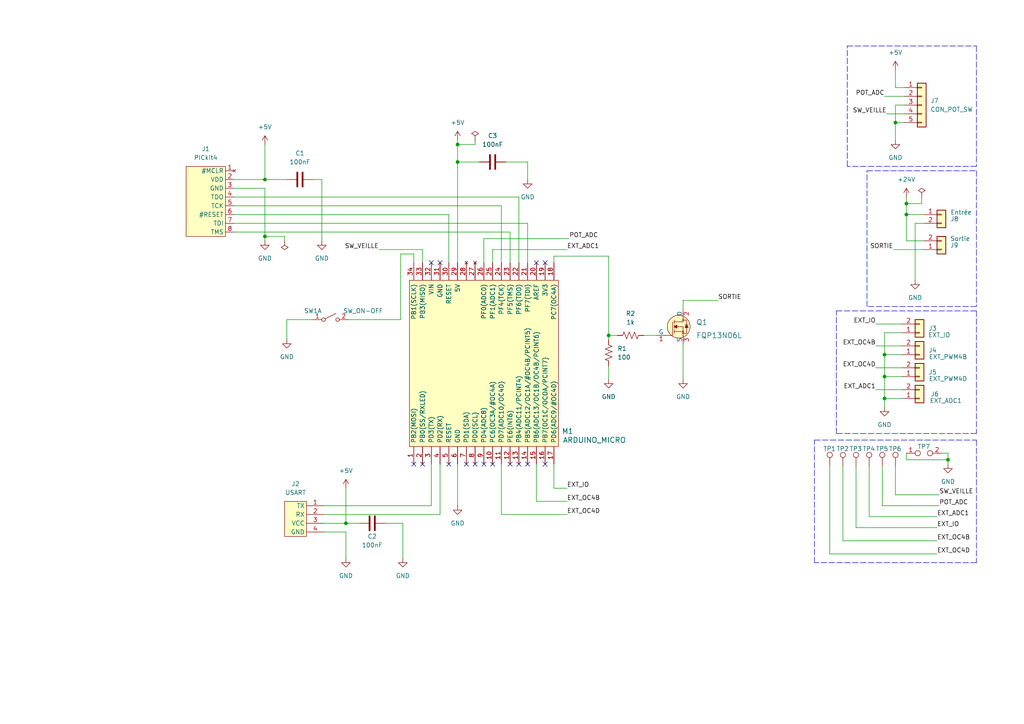
<source format=kicad_sch>
(kicad_sch (version 20211123) (generator eeschema)
  (paper "A4")
  (title_block (title "Projet Lampe Dimmer") (date "2022-02-12") (rev "v2.0.0"))
  (lib_symbols
    (symbol "Connector:TestPoint" (pin_numbers hide) (pin_names (offset 0.762) hide)
      (property "Reference" "TP" (at 0 6.858 0))
      (property "Value" "TestPoint" (at 0 5.08 0))
      (symbol "TestPoint_0_1"
        (circle (center 0 3.302) (radius 0.762))
      )
      (symbol "TestPoint_1_1"
        (pin passive line (at 0 0 90) (length 2.54) (name "1") (number "1"))
      )
    )
    (symbol "Connector:TestPoint_2Pole" (pin_names (offset 0.762) hide)
      (property "Reference" "TP" (at 0 1.524 0))
      (property "Value" "TestPoint_2Pole" (at 0 -1.778 0))
      (symbol "TestPoint_2Pole_0_1"
        (circle (center -1.778 0) (radius 0.762))
        (circle (center 1.778 0) (radius 0.762))
        (pin passive line (at -5.08 0 0) (length 2.54) (name "1") (number "1"))
        (pin passive line (at 5.08 0 180) (length 2.54) (name "2") (number "2"))
      )
    )
    (symbol "Connector_Generic:Conn_01x02" (pin_names (offset 1.016) hide)
      (property "Reference" "J" (at 0 2.54 0))
      (property "Value" "Conn_01x02" (at 0 -5.08 0))
      (symbol "Conn_01x02_1_1"
        (rectangle (start -1.27 -2.413) (end 0 -2.667) (stroke (width 0.1524)))
        (rectangle (start -1.27 0.127) (end 0 -0.127) (stroke (width 0.1524)))
        (rectangle (start -1.27 1.27) (end 1.27 -3.81) (stroke (width 0.254)) (fill (type background)))
        (pin passive line (at -5.08 0 0) (length 3.81) (name "Pin_1") (number "1"))
        (pin passive line (at -5.08 -2.54 0) (length 3.81) (name "Pin_2") (number "2"))
      )
    )
    (symbol "Connector_Generic:Conn_01x05" (pin_names (offset 1.016) hide)
      (property "Reference" "J" (at 0 7.62 0))
      (property "Value" "Conn_01x05" (at 0 -7.62 0))
      (symbol "Conn_01x05_1_1"
        (rectangle (start -1.27 -4.953) (end 0 -5.207) (stroke (width 0.1524)))
        (rectangle (start -1.27 -2.413) (end 0 -2.667) (stroke (width 0.1524)))
        (rectangle (start -1.27 0.127) (end 0 -0.127) (stroke (width 0.1524)))
        (rectangle (start -1.27 2.667) (end 0 2.413) (stroke (width 0.1524)))
        (rectangle (start -1.27 5.207) (end 0 4.953) (stroke (width 0.1524)))
        (rectangle (start -1.27 6.35) (end 1.27 -6.35) (stroke (width 0.254)) (fill (type background)))
        (pin passive line (at -5.08 5.08 0) (length 3.81) (name "Pin_1") (number "1"))
        (pin passive line (at -5.08 2.54 0) (length 3.81) (name "Pin_2") (number "2"))
        (pin passive line (at -5.08 0 0) (length 3.81) (name "Pin_3") (number "3"))
        (pin passive line (at -5.08 -2.54 0) (length 3.81) (name "Pin_4") (number "4"))
        (pin passive line (at -5.08 -5.08 0) (length 3.81) (name "Pin_5") (number "5"))
      )
    )
    (symbol "Device:C" (pin_numbers hide) (pin_names (offset 0.254))
      (property "Reference" "C" (at 0.635 2.54 0))
      (property "Value" "C" (at 0.635 -2.54 0))
      (symbol "C_0_1"
        (polyline (pts (xy -2.032 -0.762) (xy 2.032 -0.762)) (stroke (width 0.508)))
        (polyline (pts (xy -2.032 0.762) (xy 2.032 0.762)) (stroke (width 0.508)))
      )
      (symbol "C_1_1"
        (pin passive line (at 0 3.81 270) (length 2.794) (name "~") (number "1"))
        (pin passive line (at 0 -3.81 90) (length 2.794) (name "~") (number "2"))
      )
    )
    (symbol "Device:R_US" (pin_numbers hide) (pin_names (offset 0))
      (property "Reference" "R" (at 2.54 0 90))
      (property "Value" "R_US" (at -2.54 0 90))
      (symbol "R_US_0_1"
        (polyline (pts (xy 0 -2.286) (xy 0 -2.54)))
        (polyline (pts (xy 0 2.286) (xy 0 2.54)))
        (polyline (pts (xy 0 -0.762) (xy 1.016 -1.143) (xy 0 -1.524) (xy -1.016 -1.905) (xy 0 -2.286)))
        (polyline (pts (xy 0 0.762) (xy 1.016 0.381) (xy 0 0) (xy -1.016 -0.381) (xy 0 -0.762)))
        (polyline (pts (xy 0 2.286) (xy 1.016 1.905) (xy 0 1.524) (xy -1.016 1.143) (xy 0 0.762)))
      )
      (symbol "R_US_1_1"
        (pin passive line (at 0 3.81 270) (length 1.27) (name "~") (number "1"))
        (pin passive line (at 0 -3.81 90) (length 1.27) (name "~") (number "2"))
      )
    )
    (symbol "Switch:SW_DPST_x2" (pin_names (offset 0) hide)
      (property "Reference" "SW" (at 0 3.175 0))
      (property "Value" "SW_DPST_x2" (at 0 -2.54 0))
      (symbol "SW_DPST_x2_0_0"
        (circle (center -2.032 0) (radius 0.508))
        (polyline (pts (xy -1.524 0.254) (xy 1.524 1.778)))
        (circle (center 2.032 0) (radius 0.508))
      )
      (symbol "SW_DPST_x2_1_1"
        (pin passive line (at -5.08 0 0) (length 2.54) (name "A") (number "1"))
        (pin passive line (at 5.08 0 180) (length 2.54) (name "B") (number "2"))
      )
      (symbol "SW_DPST_x2_2_1"
        (pin passive line (at -5.08 0 0) (length 2.54) (name "A") (number "3"))
        (pin passive line (at 5.08 0 180) (length 2.54) (name "B") (number "4"))
      )
    )
    (symbol "THOMAS_library:ARDUINO_MICRO" (pin_names (offset 1.016))
      (property "Reference" "M1" (at 7.62 -3.81 90))
      (property "Value" "ARDUINO_MICRO" (at 22.86 -6.35 90))
      (symbol "ARDUINO_MICRO_0_1"
        (rectangle (start 40.64 40.64) (end -7.62 -2.54) (fill (type background)))
      )
      (symbol "ARDUINO_MICRO_1_1"
        (pin bidirectional line (at -12.7 39.37 0) (length 5.08) (name "PB2(MOSI)") (number "1"))
        (pin bidirectional line (at -12.7 16.51 0) (length 5.08) (name "PC6(OC3A/#OC4A)") (number "10"))
        (pin bidirectional line (at -12.7 13.97 0) (length 5.08) (name "PD7(ADC10/OC4D)") (number "11"))
        (pin bidirectional line (at -12.7 11.43 0) (length 5.08) (name "PE6(INT6)") (number "12"))
        (pin bidirectional line (at -12.7 8.89 0) (length 5.08) (name "PB4(ADC11/PCINT4)") (number "13"))
        (pin bidirectional line (at -12.7 6.35 0) (length 5.08) (name "PB5(ADC12/OC1A/#OC4B/PCINT5)") (number "14"))
        (pin bidirectional line (at -12.7 3.81 0) (length 5.08) (name "PB6(ADC13/OC1B/OC4B/PCINT6)") (number "15"))
        (pin bidirectional line (at -12.7 1.27 0) (length 5.08) (name "PB7(OC1C/OCOA/PCINT7)") (number "16"))
        (pin bidirectional line (at -12.7 -1.27 0) (length 5.08) (name "PD6(ADC9/#OC4D)") (number "17"))
        (pin bidirectional line (at 45.72 -1.27 180) (length 5.08) (name "PC7(OC4A)") (number "18"))
        (pin power_in line (at 45.72 1.27 180) (length 5.08) (name "3V3") (number "19"))
        (pin bidirectional line (at -12.7 36.83 0) (length 5.08) (name "PB0(SS/RXLED)") (number "2"))
        (pin power_in line (at 45.72 3.81 180) (length 5.08) (name "AREF") (number "20"))
        (pin bidirectional line (at 45.72 6.35 180) (length 5.08) (name "PF7(TDI)") (number "21"))
        (pin bidirectional line (at 45.72 8.89 180) (length 5.08) (name "PF6(TDO)") (number "22"))
        (pin bidirectional line (at 45.72 11.43 180) (length 5.08) (name "PF5(TMS)") (number "23"))
        (pin bidirectional line (at 45.72 13.97 180) (length 5.08) (name "PF4(TCK)") (number "24"))
        (pin bidirectional line (at 45.72 16.51 180) (length 5.08) (name "PF1(ADC1)") (number "25"))
        (pin bidirectional line (at 45.72 19.05 180) (length 5.08) (name "PF0(ADC0)") (number "26"))
        (pin no_connect line (at 45.72 21.59 180) (length 5.08) (name "~") (number "27"))
        (pin no_connect line (at 45.72 24.13 180) (length 5.08) (name "~") (number "28"))
        (pin power_in line (at 45.72 26.67 180) (length 5.08) (name "5V") (number "29"))
        (pin bidirectional line (at -12.7 34.29 0) (length 5.08) (name "PD3(TX)") (number "3"))
        (pin bidirectional line (at 45.72 29.21 180) (length 5.08) (name "RESET") (number "30"))
        (pin power_in line (at 45.72 31.75 180) (length 5.08) (name "GND") (number "31"))
        (pin power_in line (at 45.72 34.29 180) (length 5.08) (name "VIN") (number "32"))
        (pin bidirectional line (at 45.72 36.83 180) (length 5.08) (name "PB3(MISO)") (number "33"))
        (pin bidirectional line (at 45.72 39.37 180) (length 5.08) (name "PB1(SCLK)") (number "34"))
        (pin bidirectional line (at -12.7 31.75 0) (length 5.08) (name "PD2(RX)") (number "4"))
        (pin bidirectional line (at -12.7 29.21 0) (length 5.08) (name "RESET") (number "5"))
        (pin power_in line (at -12.7 26.67 0) (length 5.08) (name "GND") (number "6"))
        (pin bidirectional line (at -12.7 24.13 0) (length 5.08) (name "PD1(SDA)") (number "7"))
        (pin bidirectional line (at -12.7 21.59 0) (length 5.08) (name "PD0(SCL)") (number "8"))
        (pin bidirectional line (at -12.7 19.05 0) (length 5.08) (name "PD4(ADC8)") (number "9"))
      )
    )
    (symbol "THOMAS_library:FQP13N06L" (pin_names (offset 0))
      (property "Reference" "Q?" (at 3.81 0 0))
      (property "Value" "FQP13N06L" (at 3.81 -2.54 0))
      (symbol "FQP13N06L_0_1"
        (circle (center -1.27 0) (radius 3.302) (fill (type background)))
        (circle (center 0 -1.905) (radius 0.127))
        (circle (center 0 -1.397) (radius 0.127))
        (polyline (pts (xy 0 -1.397) (xy -2.54 -1.397)))
        (polyline (pts (xy -5.08 -2.54) (xy -3.048 -2.54) (xy -3.048 1.397)))
        (polyline (pts (xy 0 -2.54) (xy 0 0) (xy -2.54 0)))
        (polyline (pts (xy 0 2.54) (xy 0 1.397) (xy -2.54 1.397)))
        (polyline (pts (xy -0.127 -1.905) (xy 1.016 -1.905) (xy 1.016 1.397) (xy 1.016 1.905) (xy -0.127 1.905)))
        (circle (center 0 1.905) (radius 0.127))
      )
      (symbol "FQP13N06L_1_1"
        (polyline (pts (xy -2.54 -1.397) (xy -2.54 -1.905)))
        (polyline (pts (xy -2.54 -1.397) (xy -2.54 -0.889)))
        (polyline (pts (xy -2.54 0) (xy -2.54 -0.508)))
        (polyline (pts (xy -2.54 0) (xy -2.54 0.508)))
        (polyline (pts (xy -2.54 1.905) (xy -2.54 0.889)))
        (polyline (pts (xy 1.524 0.508) (xy 0.508 0.508)))
        (polyline (pts (xy -2.54 0) (xy -1.778 0.508) (xy -1.778 -0.508) (xy -2.54 0)) (fill (type outline)))
        (polyline (pts (xy 1.016 0.508) (xy 0.508 -0.254) (xy 1.524 -0.254) (xy 1.016 0.508)) (fill (type outline)))
        (pin bidirectional line (at -7.62 -2.54 0) (length 2.54) (name "G") (number "1"))
        (pin bidirectional line (at 0 5.08 270) (length 2.54) (name "D") (number "2"))
        (pin bidirectional line (at 0 -5.08 90) (length 2.54) (name "S") (number "3"))
      )
    )
    (symbol "THOMAS_library:PICkit4"
      (property "Reference" "JTAG" (at -2.54 0 0))
      (property "Value" "PICkit4" (at -1.27 -2.54 0))
      (symbol "PICkit4_0_1"
        (rectangle (start -5.08 -3.81) (end 6.35 -24.13) (fill (type background)))
      )
      (symbol "PICkit4_1_1"
        (pin no_connect line (at 8.89 -5.08 180) (length 2.54) (name "#MCLR") (number "1"))
        (pin bidirectional line (at 8.89 -7.62 180) (length 2.54) (name "VDD") (number "2"))
        (pin bidirectional line (at 8.89 -10.16 180) (length 2.54) (name "GND") (number "3"))
        (pin bidirectional line (at 8.89 -12.7 180) (length 2.54) (name "TDO") (number "4"))
        (pin bidirectional line (at 8.89 -15.24 180) (length 2.54) (name "TCK") (number "5"))
        (pin bidirectional line (at 8.89 -17.78 180) (length 2.54) (name "#RESET") (number "6"))
        (pin bidirectional line (at 8.89 -20.32 180) (length 2.54) (name "TDI") (number "7"))
        (pin bidirectional line (at 8.89 -22.86 180) (length 2.54) (name "TMS") (number "8"))
      )
    )
    (symbol "THOMAS_library:USART"
      (property "Reference" "J?" (at -1.27 1.27 0))
      (property "Value" "USART" (at 1.27 -1.27 0))
      (symbol "USART_0_1"
        (rectangle (start -1.27 -2.54) (end 5.08 -12.7) (fill (type background)))
      )
      (symbol "USART_1_1"
        (pin output line (at 10.16 -3.81 180) (length 5.08) (name "TX") (number "1"))
        (pin input line (at 10.16 -6.35 180) (length 5.08) (name "RX") (number "2"))
        (pin power_in line (at 10.16 -8.89 180) (length 5.08) (name "VCC") (number "3"))
        (pin power_in line (at 10.16 -11.43 180) (length 5.08) (name "GND") (number "4"))
      )
    )
    (symbol "power:+24V" (power) (pin_names (offset 0))
      (property "Value" "+24V" (at 0 3.556 0))
      (symbol "+24V_0_1"
        (polyline (pts (xy -0.762 1.27) (xy 0 2.54)))
        (polyline (pts (xy 0 0) (xy 0 2.54)))
        (polyline (pts (xy 0 2.54) (xy 0.762 1.27)))
      )
      (symbol "+24V_1_1"
        (pin power_in line (at 0 0 90) (length 0) hide (name "+24V") (number "1"))
      )
    )
    (symbol "power:+5V" (power) (pin_names (offset 0))
      (property "Value" "+5V" (at 0 3.556 0))
      (symbol "+5V_0_1"
        (polyline (pts (xy -0.762 1.27) (xy 0 2.54)))
        (polyline (pts (xy 0 0) (xy 0 2.54)))
        (polyline (pts (xy 0 2.54) (xy 0.762 1.27)))
      )
      (symbol "+5V_1_1"
        (pin power_in line (at 0 0 90) (length 0) hide (name "+5V") (number "1"))
      )
    )
    (symbol "power:GND" (power) (pin_names (offset 0))
      (property "Value" "GND" (at 0 -3.81 0))
      (symbol "GND_0_1"
        (polyline (pts (xy 0 0) (xy 0 -1.27) (xy 1.27 -1.27) (xy 0 -2.54) (xy -1.27 -1.27) (xy 0 -1.27)))
      )
      (symbol "GND_1_1"
        (pin power_in line (at 0 0 270) (length 0) hide (name "GND") (number "1"))
      )
    )
    (symbol "power:PWR_FLAG" (power) (pin_numbers hide) (pin_names (offset 0) hide)
      (property "Value" "PWR_FLAG" (at 0 3.81 0))
      (symbol "PWR_FLAG_0_0"
        (pin power_out line (at 0 0 90) (length 0) (name "pwr") (number "1"))
      )
      (symbol "PWR_FLAG_0_1"
        (polyline (pts (xy 0 0) (xy 0 1.27) (xy -1.016 1.905) (xy 0 2.54) (xy 1.016 1.905) (xy 0 1.27)))
      )
    )
  )
  (junction (at 256.54 102.87))
  (junction (at 262.89 59.055))
  (junction (at 76.835 52.07))
  (junction (at 132.715 46.99))
  (junction (at 100.33 151.765))
  (junction (at 176.5312 97.287))
  (junction (at 76.835 68.58))
  (junction (at 256.54 109.22))
  (junction (at 274.955 133.35))
  (junction (at 259.715 35.56))
  (junction (at 262.89 62.23))
  (junction (at 132.715 41.91))
  (junction (at 256.54 115.57))
  (no_connect (at 125.095 76.2))
  (no_connect (at 127.635 76.2))
  (no_connect (at 158.115 76.2))
  (no_connect (at 155.575 76.2))
  (no_connect (at 142.875 134.62))
  (no_connect (at 137.795 134.62))
  (no_connect (at 140.335 134.62))
  (no_connect (at 135.255 134.62))
  (no_connect (at 147.955 134.62))
  (no_connect (at 150.495 134.62))
  (no_connect (at 153.035 134.62))
  (no_connect (at 158.115 134.62))
  (no_connect (at 120.015 134.62))
  (no_connect (at 122.555 134.62))
  (no_connect (at 130.175 134.62))
  (wire (pts (xy 176.5312 97.287) (xy 176.53 74.295)))
  (wire (pts (xy 198.1212 87.127) (xy 198.1212 89.667)))
  (wire (pts (xy 93.345 52.07) (xy 93.345 69.85)))
  (wire (pts (xy 259.715 143.51) (xy 259.715 135.255)))
  (wire (pts (xy 76.835 68.58) (xy 76.835 69.85)))
  (polyline (pts (xy 242.57 125.73) (xy 242.57 90.17)))
  (wire (pts (xy 122.555 72.39) (xy 122.555 76.2)))
  (wire (pts (xy 259.715 35.56) (xy 259.715 40.64)))
  (wire (pts (xy 271.78 153.035) (xy 248.285 153.035)))
  (polyline (pts (xy 283.21 13.335) (xy 283.21 48.26)))
  (wire (pts (xy 90.805 92.71) (xy 83.185 92.71)))
  (wire (pts (xy 147.955 76.2) (xy 147.955 67.31)))
  (wire (pts (xy 132.715 41.91) (xy 132.715 46.99)))
  (wire (pts (xy 254 113.03) (xy 261.62 113.03)))
  (wire (pts (xy 256.54 109.22) (xy 261.62 109.22)))
  (wire (pts (xy 82.55 69.85) (xy 82.55 68.58)))
  (wire (pts (xy 83.185 92.71) (xy 83.185 98.425)))
  (wire (pts (xy 256.54 96.52) (xy 256.54 102.87)))
  (wire (pts (xy 153.035 46.99) (xy 153.035 52.07)))
  (wire (pts (xy 176.5312 97.287) (xy 179.0712 97.287)))
  (wire (pts (xy 261.62 96.52) (xy 256.54 96.52)))
  (wire (pts (xy 248.285 153.035) (xy 248.285 135.255)))
  (wire (pts (xy 257.175 33.02) (xy 262.255 33.02)))
  (wire (pts (xy 67.945 57.15) (xy 150.495 57.15)))
  (wire (pts (xy 93.98 149.225) (xy 127.635 149.225)))
  (wire (pts (xy 274.955 133.35) (xy 274.955 134.62)))
  (wire (pts (xy 262.89 62.23) (xy 262.89 69.85)))
  (wire (pts (xy 256.54 27.94) (xy 262.255 27.94)))
  (wire (pts (xy 142.875 72.39) (xy 164.465 72.39)))
  (wire (pts (xy 150.495 57.15) (xy 150.495 76.2)))
  (wire (pts (xy 272.415 146.685) (xy 255.905 146.685)))
  (polyline (pts (xy 283.21 48.26) (xy 245.745 48.26)))
  (wire (pts (xy 267.335 57.15) (xy 267.335 59.055)))
  (polyline (pts (xy 236.22 127.635) (xy 283.21 127.635)))
  (wire (pts (xy 153.035 64.77) (xy 67.945 64.77)))
  (polyline (pts (xy 283.21 163.195) (xy 236.22 163.195)))
  (polyline (pts (xy 283.21 127.635) (xy 283.21 163.195)))
  (wire (pts (xy 142.875 76.2) (xy 142.875 72.39)))
  (wire (pts (xy 261.62 102.87) (xy 256.54 102.87)))
  (wire (pts (xy 137.795 41.91) (xy 132.715 41.91)))
  (wire (pts (xy 116.205 73.66) (xy 120.015 73.66)))
  (wire (pts (xy 76.835 41.91) (xy 76.835 52.07)))
  (wire (pts (xy 262.89 133.35) (xy 274.955 133.35)))
  (wire (pts (xy 127.635 149.225) (xy 127.635 134.62)))
  (wire (pts (xy 272.415 143.51) (xy 259.715 143.51)))
  (wire (pts (xy 208.2812 87.127) (xy 198.1212 87.127)))
  (wire (pts (xy 271.78 160.655) (xy 240.665 160.655)))
  (wire (pts (xy 262.89 57.15) (xy 262.89 59.055)))
  (wire (pts (xy 67.945 62.23) (xy 130.175 62.23)))
  (wire (pts (xy 259.715 30.48) (xy 259.715 35.56)))
  (wire (pts (xy 160.655 76.2) (xy 160.655 74.295)))
  (wire (pts (xy 82.55 68.58) (xy 76.835 68.58)))
  (wire (pts (xy 164.465 149.225) (xy 145.415 149.225)))
  (wire (pts (xy 132.715 134.62) (xy 132.715 146.685)))
  (wire (pts (xy 259.715 25.4) (xy 262.255 25.4)))
  (wire (pts (xy 256.54 102.87) (xy 256.54 109.22)))
  (wire (pts (xy 120.015 73.66) (xy 120.015 76.2)))
  (wire (pts (xy 145.415 59.69) (xy 145.415 76.2)))
  (polyline (pts (xy 283.21 125.73) (xy 242.57 125.73)))
  (wire (pts (xy 93.345 52.07) (xy 90.805 52.07)))
  (wire (pts (xy 240.665 160.655) (xy 240.665 135.255)))
  (wire (pts (xy 186.6912 97.287) (xy 190.5012 97.287)))
  (wire (pts (xy 265.43 81.28) (xy 265.43 64.77)))
  (wire (pts (xy 256.54 118.11) (xy 256.54 115.57)))
  (wire (pts (xy 100.33 151.765) (xy 100.33 141.605)))
  (wire (pts (xy 93.98 151.765) (xy 100.33 151.765)))
  (wire (pts (xy 132.715 46.99) (xy 139.065 46.99)))
  (polyline (pts (xy 245.745 48.26) (xy 245.745 13.335)))
  (polyline (pts (xy 251.46 88.9) (xy 251.46 49.53)))
  (wire (pts (xy 130.175 62.23) (xy 130.175 76.2)))
  (wire (pts (xy 125.095 146.685) (xy 125.095 134.62)))
  (wire (pts (xy 259.08 72.39) (xy 267.97 72.39)))
  (wire (pts (xy 262.255 30.48) (xy 259.715 30.48)))
  (wire (pts (xy 155.575 145.415) (xy 155.575 134.62)))
  (wire (pts (xy 147.955 67.31) (xy 67.945 67.31)))
  (wire (pts (xy 116.205 92.71) (xy 116.205 73.66)))
  (wire (pts (xy 93.98 146.685) (xy 125.095 146.685)))
  (polyline (pts (xy 283.21 90.17) (xy 283.21 125.73)))
  (wire (pts (xy 259.715 35.56) (xy 262.255 35.56)))
  (polyline (pts (xy 251.46 49.53) (xy 283.21 49.53)))
  (wire (pts (xy 164.465 141.605) (xy 160.655 141.605)))
  (wire (pts (xy 164.465 145.415) (xy 155.575 145.415)))
  (wire (pts (xy 76.835 52.07) (xy 83.185 52.07)))
  (wire (pts (xy 176.5312 106.177) (xy 176.5312 109.987)))
  (wire (pts (xy 165.1 69.215) (xy 140.335 69.215)))
  (wire (pts (xy 262.89 62.23) (xy 267.97 62.23)))
  (polyline (pts (xy 245.745 13.335) (xy 283.21 13.335)))
  (wire (pts (xy 160.655 74.295) (xy 176.53 74.295)))
  (wire (pts (xy 145.415 149.225) (xy 145.415 134.62)))
  (wire (pts (xy 132.715 40.64) (xy 132.715 41.91)))
  (wire (pts (xy 259.715 20.32) (xy 259.715 25.4)))
  (wire (pts (xy 256.54 115.57) (xy 261.62 115.57)))
  (wire (pts (xy 160.655 134.62) (xy 160.655 141.605)))
  (wire (pts (xy 153.035 76.2) (xy 153.035 64.77)))
  (wire (pts (xy 274.955 131.445) (xy 274.955 133.35)))
  (wire (pts (xy 100.33 154.305) (xy 100.33 161.925)))
  (wire (pts (xy 116.84 151.765) (xy 116.84 161.925)))
  (wire (pts (xy 67.945 54.61) (xy 76.835 54.61)))
  (wire (pts (xy 255.905 146.685) (xy 255.905 135.255)))
  (wire (pts (xy 267.97 69.85) (xy 262.89 69.85)))
  (wire (pts (xy 67.945 59.69) (xy 145.415 59.69)))
  (wire (pts (xy 67.945 52.07) (xy 76.835 52.07)))
  (wire (pts (xy 100.965 92.71) (xy 116.205 92.71)))
  (wire (pts (xy 273.05 131.445) (xy 274.955 131.445)))
  (wire (pts (xy 100.33 151.765) (xy 104.14 151.765)))
  (polyline (pts (xy 283.21 88.9) (xy 251.46 88.9)))
  (wire (pts (xy 254 100.33) (xy 261.62 100.33)))
  (wire (pts (xy 109.855 72.39) (xy 122.555 72.39)))
  (polyline (pts (xy 236.22 163.195) (xy 236.22 127.635)))
  (wire (pts (xy 198.1212 99.827) (xy 198.1212 109.987)))
  (wire (pts (xy 137.795 40.64) (xy 137.795 41.91)))
  (wire (pts (xy 271.78 149.86) (xy 252.095 149.86)))
  (wire (pts (xy 132.715 46.99) (xy 132.715 76.2)))
  (wire (pts (xy 267.335 59.055) (xy 262.89 59.055)))
  (polyline (pts (xy 283.21 49.53) (xy 283.21 88.9)))
  (wire (pts (xy 265.43 64.77) (xy 267.97 64.77)))
  (wire (pts (xy 271.78 156.845) (xy 244.475 156.845)))
  (wire (pts (xy 256.54 115.57) (xy 256.54 109.22)))
  (wire (pts (xy 76.835 54.61) (xy 76.835 68.58)))
  (wire (pts (xy 254 106.68) (xy 261.62 106.68)))
  (wire (pts (xy 244.475 156.845) (xy 244.475 135.255)))
  (wire (pts (xy 254 93.98) (xy 261.62 93.98)))
  (wire (pts (xy 262.89 59.055) (xy 262.89 62.23)))
  (wire (pts (xy 262.89 131.445) (xy 262.89 133.35)))
  (wire (pts (xy 146.685 46.99) (xy 153.035 46.99)))
  (wire (pts (xy 252.095 149.86) (xy 252.095 135.255)))
  (wire (pts (xy 111.76 151.765) (xy 116.84 151.765)))
  (wire (pts (xy 176.5312 98.557) (xy 176.5312 97.287)))
  (polyline (pts (xy 242.57 90.17) (xy 283.21 90.17)))
  (wire (pts (xy 93.98 154.305) (xy 100.33 154.305)))
  (wire (pts (xy 140.335 69.215) (xy 140.335 76.2)))
  (label "EXT_ADC1" (at 254 113.03 180))
  (label "EXT_OC4D" (at 254 106.68 180))
  (label "EXT_OC4B" (at 271.78 156.845 0))
  (label "SW_VEILLE" (at 272.415 143.51 0))
  (label "POT_ADC" (at 272.415 146.685 0))
  (label "EXT_IO" (at 271.78 153.035 0))
  (label "SORTIE" (at 208.2812 87.127 0))
  (label "EXT_OC4B" (at 164.465 145.415 0))
  (label "EXT_OC4B" (at 254 100.33 180))
  (label "EXT_ADC1" (at 271.78 149.86 0))
  (label "EXT_IO" (at 164.465 141.605 0))
  (label "POT_ADC" (at 165.1 69.215 0))
  (label "SW_VEILLE" (at 257.175 33.02 180))
  (label "EXT_OC4D" (at 164.465 149.225 0))
  (label "EXT_ADC1" (at 164.465 72.39 0))
  (label "SORTIE" (at 259.08 72.39 180))
  (label "EXT_OC4D" (at 271.78 160.655 0))
  (label "SW_VEILLE" (at 109.855 72.39 180))
  (label "POT_ADC" (at 256.54 27.94 180))
  (label "EXT_IO" (at 254 93.98 180))
  (symbol (lib_id "power:PWR_FLAG") (at 82.55 69.85 180) (unit 1)
    (property "Reference" "#FLG01" (effects hide))
    (property "Value" "PWR_FLAG" (effects hide))
  )
  (symbol (lib_id "Connector:TestPoint") (at 248.285 135.255 0) (unit 1)
    (property "Reference" "TP3" (at 246.38 130.175 0) (effects (justify left)))
    (property "Value" "TestPoint" (effects hide))
    (property "Footprint" "THOMAS_library:TestPoint_Keystone_5000-5004_Miniature-Resistor" (effects hide))
  )
  (symbol (lib_id "Connector:TestPoint") (at 252.095 135.255 0) (unit 1)
    (property "Reference" "TP4" (at 250.19 130.175 0) (effects (justify left)))
    (property "Value" "TestPoint" (effects hide))
    (property "Footprint" "THOMAS_library:TestPoint_Keystone_5000-5004_Miniature-Resistor" (effects hide))
  )
  (symbol (lib_id "THOMAS_library:PICkit4") (at 59.055 44.45 0) (unit 1)
    (property "Reference" "J1" (at 59.69 43.18 0))
    (property "Value" "PICkit4" (at 59.69 45.72 0))
    (property "Footprint" "Connector_PinSocket_2.54mm:PinSocket_1x08_P2.54mm_Vertical" (effects hide))
  )
  (symbol (lib_id "Device:R_US") (at 182.8812 97.287 90) (unit 1)
    (property "Reference" "R2" (at 182.8812 90.937 90))
    (property "Value" "1k" (at 182.8812 93.477 90))
    (property "Footprint" "Resistor_THT:R_Axial_DIN0207_L6.3mm_D2.5mm_P10.16mm_Horizontal" (effects hide))
  )
  (symbol (lib_id "THOMAS_library:USART") (at 83.82 142.875 0) (unit 1)
    (property "Reference" "J2" (at 85.725 140.335 0))
    (property "Value" "USART" (at 85.725 142.875 0))
    (property "Footprint" "Connector_PinSocket_2.54mm:PinSocket_1x04_P2.54mm_Vertical" (effects hide))
  )
  (symbol (lib_id "Connector_Generic:Conn_01x02") (at 266.7 115.57 0) (mirror x) (unit 1)
    (property "Reference" "J6" (at 271.145 114.3 0))
    (property "Value" "EXT_ADC1" (at 274.32 116.205 0))
    (property "Footprint" "Connector_PinSocket_2.54mm:PinSocket_1x02_P2.54mm_Vertical" (effects hide))
  )
  (symbol (lib_id "Device:R_US") (at 176.5312 102.367 0) (unit 1)
    (property "Reference" "R1" (at 179.0712 101.0969 0) (effects (justify left)))
    (property "Value" "100" (at 179.0712 103.6369 0) (effects (justify left)))
    (property "Footprint" "Resistor_THT:R_Axial_DIN0207_L6.3mm_D2.5mm_P10.16mm_Horizontal" (effects hide))
  )
  (symbol (lib_id "power:+24V") (at 262.89 57.15 0) (unit 1)
    (property "Reference" "#PWR016" (effects hide))
    (property "Value" "+24V" (at 262.89 52.07 0))
  )
  (symbol (lib_id "power:GND") (at 93.345 69.85 0) (unit 1)
    (property "Reference" "#PWR04" (effects hide))
    (property "Value" "GND" (at 93.345 74.93 0))
  )
  (symbol (lib_id "Connector:TestPoint") (at 255.905 135.255 0) (unit 1)
    (property "Reference" "TP5" (at 254 130.175 0) (effects (justify left)))
    (property "Value" "TestPoint" (effects hide))
    (property "Footprint" "THOMAS_library:TestPoint_Keystone_5000-5004_Miniature-Resistor" (effects hide))
  )
  (symbol (lib_id "Device:C") (at 142.875 46.99 90) (unit 1)
    (property "Reference" "C3" (at 142.875 39.37 90))
    (property "Value" "100nF" (at 142.875 41.91 90))
    (property "Footprint" "Capacitor_THT:C_Disc_D3.0mm_W2.0mm_P2.50mm" (effects hide))
  )
  (symbol (lib_id "Device:C") (at 107.95 151.765 90) (unit 1)
    (property "Reference" "C2" (at 107.95 155.575 90))
    (property "Value" "100nF" (at 107.95 158.115 90))
    (property "Footprint" "Capacitor_THT:C_Disc_D3.0mm_W2.0mm_P2.50mm" (effects hide))
  )
  (symbol (lib_id "Connector:TestPoint") (at 240.665 135.255 0) (unit 1)
    (property "Reference" "TP1" (at 238.76 130.175 0) (effects (justify left)))
    (property "Value" "TestPoint" (effects hide))
    (property "Footprint" "THOMAS_library:TestPoint_Keystone_5000-5004_Miniature-Resistor" (effects hide))
  )
  (symbol (lib_id "Connector_Generic:Conn_01x02") (at 266.7 96.52 0) (mirror x) (unit 1)
    (property "Reference" "J3" (at 270.51 95.25 0))
    (property "Value" "EXT_IO" (at 272.415 97.155 0))
    (property "Footprint" "Connector_PinSocket_2.54mm:PinSocket_1x02_P2.54mm_Vertical" (effects hide))
  )
  (symbol (lib_id "Connector_Generic:Conn_01x02") (at 266.7 109.22 0) (mirror x) (unit 1)
    (property "Reference" "J5" (at 270.51 107.95 0))
    (property "Value" "EXT_PWM4D" (at 274.955 109.855 0))
    (property "Footprint" "Connector_PinSocket_2.54mm:PinSocket_1x02_P2.54mm_Vertical" (effects hide))
  )
  (symbol (lib_id "power:GND") (at 76.835 69.85 0) (unit 1)
    (property "Reference" "#PWR02" (effects hide))
    (property "Value" "GND" (at 76.835 74.93 0))
  )
  (symbol (lib_id "power:GND") (at 265.43 81.28 0) (unit 1)
    (property "Reference" "#PWR017" (effects hide))
    (property "Value" "GND" (at 265.43 86.36 0))
  )
  (symbol (lib_id "THOMAS_library:ARDUINO_MICRO") (at 159.385 121.92 90) (unit 1)
    (property "Reference" "M1" (at 166.37 125.095 90) (effects (font (size 1.524 1.524)) (justify left)))
    (property "Value" "ARDUINO_MICRO" (at 181.61 127.635 90) (effects (font (size 1.524 1.524)) (justify left)))
    (property "Footprint" "THOMAS_library:Arduino_Micro" (effects hide))
  )
  (symbol (lib_id "Connector_Generic:Conn_01x02") (at 273.05 62.23 0) (unit 1)
    (property "Reference" "J8" (at 276.86 63.5 0))
    (property "Value" "Entrée" (at 278.765 61.595 0))
    (property "Footprint" "TerminalBlock:TerminalBlock_bornier-2_P5.08mm" (effects hide))
  )
  (symbol (lib_id "power:PWR_FLAG") (at 267.335 57.15 0) (unit 1)
    (property "Reference" "#FLG03" (effects hide))
    (property "Value" "PWR_FLAG" (effects hide))
  )
  (symbol (lib_id "Device:C") (at 86.995 52.07 90) (unit 1)
    (property "Reference" "C1" (at 86.995 44.45 90))
    (property "Value" "100nF" (at 86.995 46.99 90))
    (property "Footprint" "Capacitor_THT:C_Disc_D3.0mm_W2.0mm_P2.50mm" (effects hide))
  )
  (symbol (lib_id "power:GND") (at 132.715 146.685 0) (unit 1)
    (property "Reference" "#PWR09" (effects hide))
    (property "Value" "GND" (at 132.715 151.765 0))
  )
  (symbol (lib_id "Connector:TestPoint") (at 244.475 135.255 0) (unit 1)
    (property "Reference" "TP2" (at 242.57 130.175 0) (effects (justify left)))
    (property "Value" "TestPoint" (effects hide))
    (property "Footprint" "THOMAS_library:TestPoint_Keystone_5000-5004_Miniature-Resistor" (effects hide))
  )
  (symbol (lib_id "Connector_Generic:Conn_01x02") (at 266.7 102.87 0) (mirror x) (unit 1)
    (property "Reference" "J4" (at 270.51 101.6 0))
    (property "Value" "EXT_PWM4B" (at 274.955 103.505 0))
    (property "Footprint" "Connector_PinSocket_2.54mm:PinSocket_1x02_P2.54mm_Vertical" (effects hide))
  )
  (symbol (lib_id "power:GND") (at 274.955 134.62 0) (unit 1)
    (property "Reference" "#PWR018" (effects hide))
    (property "Value" "GND" (at 274.955 139.7 0))
  )
  (symbol (lib_id "power:GND") (at 116.84 161.925 0) (unit 1)
    (property "Reference" "#PWR07" (effects hide))
    (property "Value" "GND" (at 116.84 167.005 0))
  )
  (symbol (lib_id "power:GND") (at 259.715 40.64 0) (unit 1)
    (property "Reference" "#PWR015" (effects hide))
    (property "Value" "GND" (at 259.715 45.72 0))
  )
  (symbol (lib_id "THOMAS_library:FQP13N06L") (at 198.1212 94.747 0) (unit 1)
    (property "Reference" "Q1" (at 201.9312 93.477 0) (effects (font (size 1.524 1.524)) (justify left)))
    (property "Value" "FQP13N06L" (at 201.9312 97.287 0) (effects (font (size 1.524 1.524)) (justify left)))
    (property "Footprint" "Package_TO_SOT_THT:TO-220-3_Vertical" (effects hide))
    (property "Datasheet" "https://www.onsemi.com/pdf/datasheet/fqp13n06l-d.pdf" (effects hide))
  )
  (symbol (lib_id "power:+5V") (at 76.835 41.91 0) (unit 1)
    (property "Reference" "#PWR01" (effects hide))
    (property "Value" "+5V" (at 76.835 36.83 0))
  )
  (symbol (lib_id "Switch:SW_DPST_x2") (at 95.885 92.71 0) (unit 1)
    (property "Reference" "SW1" (at 93.345 90.17 0) (effects (justify right)))
    (property "Value" "SW_ON-OFF" (at 111.125 90.17 0) (effects (justify right)))
    (property "Footprint" "Connector_PinSocket_2.54mm:PinSocket_1x02_P2.54mm_Vertical" (effects hide))
  )
  (symbol (lib_id "power:GND") (at 256.54 118.11 0) (unit 1)
    (property "Reference" "#PWR013" (effects hide))
    (property "Value" "GND" (at 256.54 123.19 0))
  )
  (symbol (lib_id "power:+5V") (at 259.715 20.32 0) (unit 1)
    (property "Reference" "#PWR014" (effects hide))
    (property "Value" "+5V" (at 259.715 15.24 0))
  )
  (symbol (lib_id "Connector:TestPoint_2Pole") (at 267.97 131.445 0) (unit 1)
    (property "Reference" "TP7" (at 267.97 129.54 0))
    (property "Value" "TestPoint_2Pole" (effects hide))
    (property "Footprint" "THOMAS_library:TestPoint_Bridge_Pitch7.08mm_Drill2.0mm" (effects hide))
  )
  (symbol (lib_id "power:GND") (at 198.1212 109.987 0) (unit 1)
    (property "Reference" "#PWR012" (effects hide))
    (property "Value" "GND" (at 198.1212 115.067 0))
  )
  (symbol (lib_id "Connector_Generic:Conn_01x02") (at 273.05 72.39 0) (mirror x) (unit 1)
    (property "Reference" "J9" (at 275.59 71.12 0) (effects (justify left)))
    (property "Value" "Sortie" (at 275.59 69.215 0) (effects (justify left)))
    (property "Footprint" "TerminalBlock:TerminalBlock_bornier-2_P5.08mm" (effects hide))
  )
  (symbol (lib_id "power:GND") (at 176.5312 109.987 0) (unit 1)
    (property "Reference" "#PWR011" (effects hide))
    (property "Value" "GND" (at 176.5312 115.067 0))
  )
  (symbol (lib_id "power:+5V") (at 100.33 141.605 0) (unit 1)
    (property "Reference" "#PWR05" (effects hide))
    (property "Value" "+5V" (at 100.33 136.525 0))
  )
  (symbol (lib_id "Connector:TestPoint") (at 259.715 135.255 0) (unit 1)
    (property "Reference" "TP6" (at 257.81 130.175 0) (effects (justify left)))
    (property "Value" "TestPoint" (effects hide))
    (property "Footprint" "THOMAS_library:TestPoint_Keystone_5000-5004_Miniature-Resistor" (effects hide))
  )
  (symbol (lib_id "power:+5V") (at 132.715 40.64 0) (unit 1)
    (property "Reference" "#PWR08" (effects hide))
    (property "Value" "+5V" (at 132.715 35.56 0))
  )
  (symbol (lib_id "power:GND") (at 153.035 52.07 0) (unit 1)
    (property "Reference" "#PWR010" (effects hide))
    (property "Value" "GND" (at 153.035 57.15 0))
  )
  (symbol (lib_id "power:GND") (at 100.33 161.925 0) (unit 1)
    (property "Reference" "#PWR06" (effects hide))
    (property "Value" "GND" (at 100.33 167.005 0))
  )
  (symbol (lib_id "Connector_Generic:Conn_01x05") (at 267.335 30.48 0) (unit 1)
    (property "Reference" "J7" (at 269.875 29.2099 0) (effects (justify left)))
    (property "Value" "CON_POT_SW" (at 269.875 31.7499 0) (effects (justify left)))
    (property "Footprint" "Connector_PinSocket_2.54mm:PinSocket_1x05_P2.54mm_Vertical" (effects hide))
  )
  (symbol (lib_id "power:GND") (at 83.185 98.425 0) (unit 1)
    (property "Reference" "#PWR03" (effects hide))
    (property "Value" "GND" (at 83.185 103.505 0))
  )
  (symbol (lib_id "power:PWR_FLAG") (at 137.795 40.64 0) (unit 1)
    (property "Reference" "#FLG02" (effects hide))
    (property "Value" "PWR_FLAG" (effects hide))
  )
)
</source>
